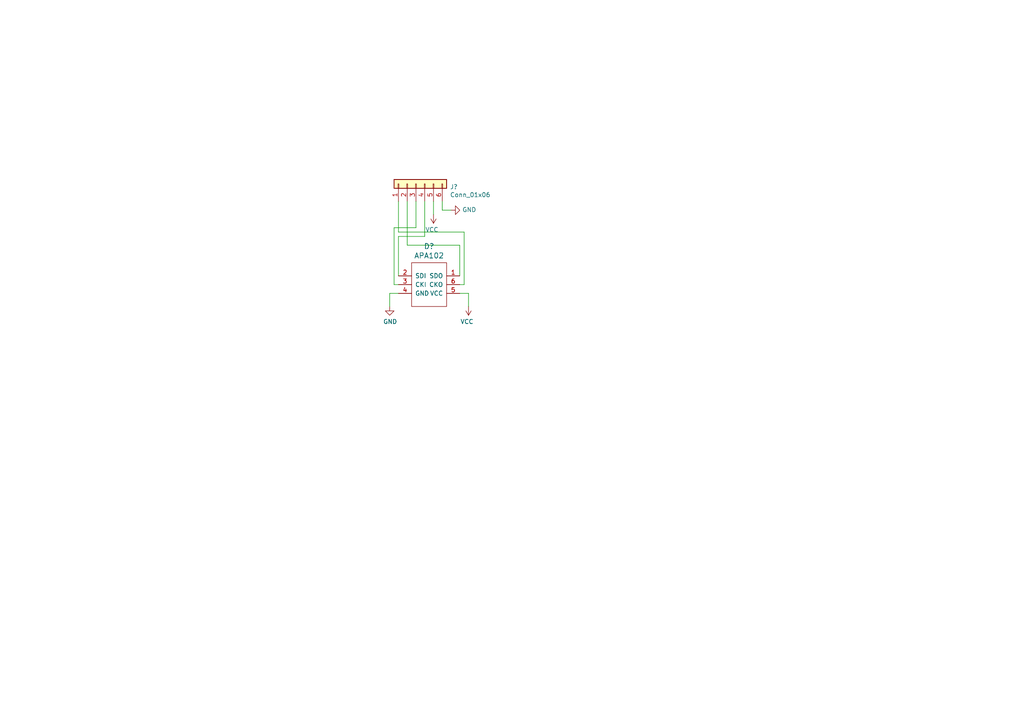
<source format=kicad_sch>
(kicad_sch (version 20230121) (generator eeschema)
  (paper "A4")
  (lib_symbols
    (symbol "Connector_Generic:Conn_01x06" (pin_names (offset 1.016) hide)
      (property "Reference" "J" (at 0 7.62 0))
      (property "Value" "Conn_01x06" (at 0 -10.16 0))
      (symbol "Conn_01x06_1_1"
        (rectangle (start -1.27 -7.493) (end 0 -7.747) (stroke (width 0.1524)))
        (rectangle (start -1.27 -4.953) (end 0 -5.207) (stroke (width 0.1524)))
        (rectangle (start -1.27 -2.413) (end 0 -2.667) (stroke (width 0.1524)))
        (rectangle (start -1.27 0.127) (end 0 -0.127) (stroke (width 0.1524)))
        (rectangle (start -1.27 2.667) (end 0 2.413) (stroke (width 0.1524)))
        (rectangle (start -1.27 5.207) (end 0 4.953) (stroke (width 0.1524)))
        (rectangle (start -1.27 6.35) (end 1.27 -8.89) (stroke (width 0.254)) (fill (type background)))
        (pin passive line (at -5.08 5.08 0) (length 3.81) (name "Pin_1") (number "1"))
        (pin passive line (at -5.08 2.54 0) (length 3.81) (name "Pin_2") (number "2"))
        (pin passive line (at -5.08 0 0) (length 3.81) (name "Pin_3") (number "3"))
        (pin passive line (at -5.08 -2.54 0) (length 3.81) (name "Pin_4") (number "4"))
        (pin passive line (at -5.08 -5.08 0) (length 3.81) (name "Pin_5") (number "5"))
        (pin passive line (at -5.08 -7.62 0) (length 3.81) (name "Pin_6") (number "6"))
      )
    )
    (symbol "LED_spotlight-rescue:APA102-gsg-symbols" (pin_names (offset 1.016))
      (property "Reference" "D" (at 0 5.08 0))
      (property "Value" "gsg-symbols_APA102" (at 0 -5.08 0))
      (symbol "APA102-gsg-symbols_0_1"
        (rectangle (start -5.08 6.35) (end 5.08 -6.35))
      )
      (symbol "APA102-gsg-symbols_1_1"
        (pin output line (at 8.89 2.54 180) (length 3.81) (name "SDO") (number "1"))
        (pin input line (at -8.89 2.54 0) (length 3.81) (name "SDI") (number "2"))
        (pin input line (at -8.89 0 0) (length 3.81) (name "CKI") (number "3"))
        (pin power_in line (at -8.89 -2.54 0) (length 3.81) (name "GND") (number "4"))
        (pin power_in line (at 8.89 -2.54 180) (length 3.81) (name "VCC") (number "5"))
        (pin output line (at 8.89 0 180) (length 3.81) (name "CKO") (number "6"))
      )
    )
    (symbol "power:GND" (power) (pin_names (offset 0))
      (property "Value" "GND" (at 0 -3.81 0))
      (symbol "GND_0_1"
        (polyline (pts (xy 0 0) (xy 0 -1.27) (xy 1.27 -1.27) (xy 0 -2.54) (xy -1.27 -1.27) (xy 0 -1.27)))
      )
      (symbol "GND_1_1"
        (pin power_in line (at 0 0 270) (length 0) hide (name "GND") (number "1"))
      )
    )
    (symbol "power:VCC" (power) (pin_names (offset 0))
      (property "Value" "VCC" (at 0 3.81 0))
      (symbol "VCC_0_1"
        (polyline (pts (xy -0.762 1.27) (xy 0 2.54)))
        (polyline (pts (xy 0 0) (xy 0 2.54)))
        (polyline (pts (xy 0 2.54) (xy 0.762 1.27)))
      )
      (symbol "VCC_1_1"
        (pin power_in line (at 0 0 90) (length 0) hide (name "VCC") (number "1"))
      )
    )
  )
  (wire (pts (xy 115.57 82.55) (xy 114.3 82.55)))
  (wire (pts (xy 115.57 80.01) (xy 115.57 68.58)))
  (wire (pts (xy 125.73 58.42) (xy 125.73 62.23)))
  (wire (pts (xy 133.35 82.55) (xy 134.62 82.55)))
  (wire (pts (xy 114.3 66.04) (xy 120.65 66.04)))
  (wire (pts (xy 128.27 58.42) (xy 128.27 60.96)))
  (wire (pts (xy 134.62 67.31) (xy 115.57 67.31)))
  (wire (pts (xy 115.57 67.31) (xy 115.57 58.42)))
  (wire (pts (xy 115.57 68.58) (xy 123.19 68.58)))
  (wire (pts (xy 118.11 71.12) (xy 118.11 58.42)))
  (wire (pts (xy 123.19 68.58) (xy 123.19 58.42)))
  (wire (pts (xy 120.65 66.04) (xy 120.65 58.42)))
  (wire (pts (xy 128.27 60.96) (xy 130.81 60.96)))
  (wire (pts (xy 134.62 82.55) (xy 134.62 67.31)))
  (wire (pts (xy 135.89 85.09) (xy 135.89 88.9)))
  (wire (pts (xy 133.35 71.12) (xy 118.11 71.12)))
  (wire (pts (xy 114.3 82.55) (xy 114.3 66.04)))
  (wire (pts (xy 133.35 80.01) (xy 133.35 71.12)))
  (wire (pts (xy 133.35 85.09) (xy 135.89 85.09)))
  (wire (pts (xy 115.57 85.09) (xy 113.03 85.09)))
  (wire (pts (xy 113.03 85.09) (xy 113.03 88.9)))
  (symbol (lib_id "LED_spotlight-rescue:APA102-gsg-symbols") (at 124.46 82.55 0) (unit 1)
    (property "Reference" "D?" (at 124.46 71.4502 0) (effects (font (size 1.524 1.524))))
    (property "Value" "APA102" (at 124.46 74.1426 0) (effects (font (size 1.524 1.524))))
    (property "Footprint" "gsg-modules:APA102-2020" (effects hide))
  )
  (symbol (lib_id "power:GND") (at 113.03 88.9 0) (unit 1)
    (property "Reference" "#PWR?" (effects hide))
    (property "Value" "GND" (at 113.157 93.2942 0))
  )
  (symbol (lib_id "power:GND") (at 130.81 60.96 90) (unit 1)
    (property "Reference" "#PWR?" (effects hide))
    (property "Value" "GND" (at 134.0612 60.833 90) (effects (justify right)))
  )
  (symbol (lib_id "power:VCC") (at 135.89 88.9 180) (unit 1)
    (property "Reference" "#PWR?" (effects hide))
    (property "Value" "VCC" (at 135.4328 93.2942 0))
  )
  (symbol (lib_id "power:VCC") (at 125.73 62.23 180) (unit 1)
    (property "Reference" "#PWR?" (effects hide))
    (property "Value" "VCC" (at 125.2728 66.6242 0))
  )
  (symbol (lib_id "Connector_Generic:Conn_01x06") (at 120.65 53.34 90) (unit 1)
    (property "Reference" "J?" (at 130.5052 54.2036 90) (effects (justify right)))
    (property "Value" "Conn_01x06" (at 130.5052 56.515 90) (effects (justify right)))
  )
)
</source>
